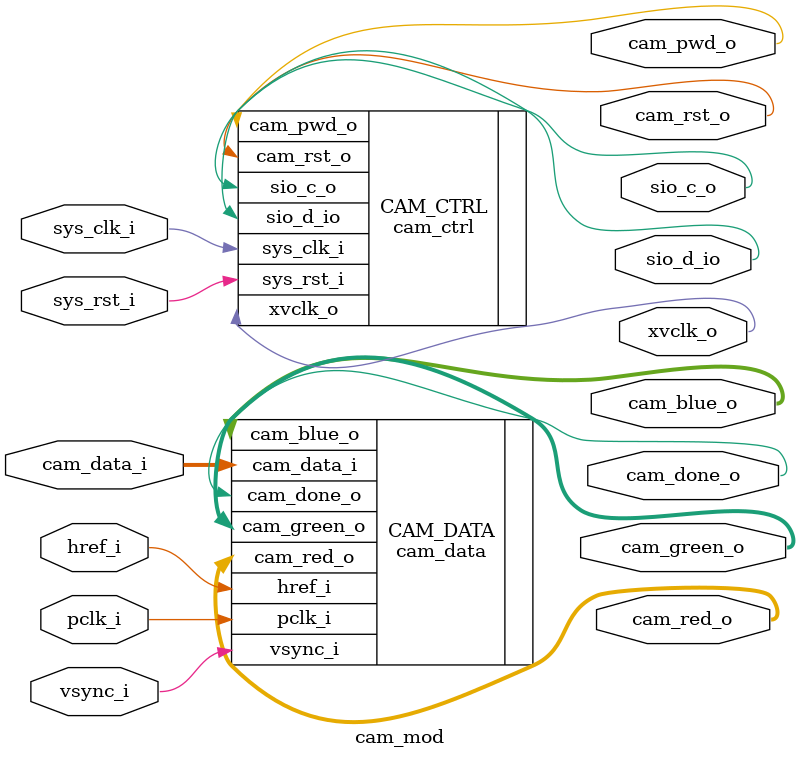
<source format=v>
module cam_mod(
    input sys_clk_i,
    input sys_rst_i,

    output xvclk_o,
    output sio_c_o,
    output sio_d_io,
    output cam_rst_o,
    output cam_pwd_o,

    input vsync_i,
    input href_i,
    input pclk_i,
    input [7:0] cam_data_i,

    output [7:0] cam_red_o,
    output [7:0] cam_green_o,
    output [7:0] cam_blue_o,

    output cam_done_o

    );

cam_ctrl CAM_CTRL(
    .sys_clk_i(sys_clk_i),
    .sys_rst_i(sys_rst_i),

    .xvclk_o(xvclk_o),
    .sio_c_o(sio_c_o),
    .sio_d_io(sio_d_io),
    .cam_rst_o(cam_rst_o),
    .cam_pwd_o(cam_pwd_o)

    );

cam_data CAM_DATA(
    .vsync_i(vsync_i),
    .href_i(href_i),
    .pclk_i(pclk_i),
    .cam_data_i(cam_data_i),

    .cam_red_o(cam_red_o),
    .cam_green_o(cam_green_o),
    .cam_blue_o(cam_blue_o),

    .cam_done_o(cam_done_o)
    );


endmodule
</source>
